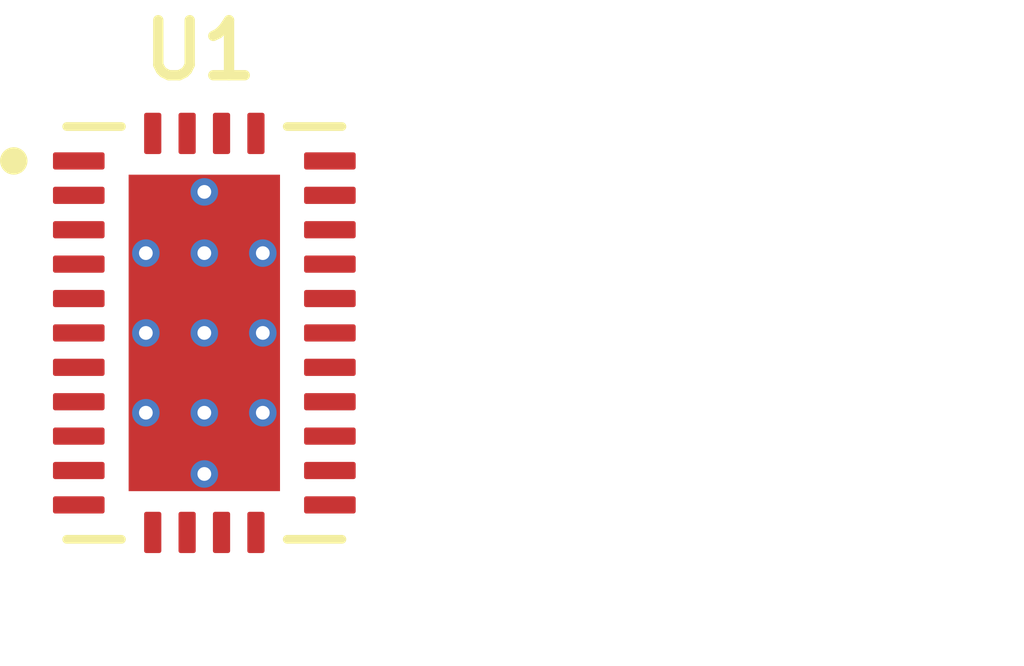
<source format=kicad_pcb>
(kicad_pcb (version 20240108) (generator "pcbnew") (generator_version "8.0")
  (layers (0 "F.Cu" signal) (31 "B.Cu" signal) (34 "B.Paste" user) (35 "F.Paste" user) (36 "B.SilkS" user "B.Silkscreen") (37 "F.SilkS" user "F.Silkscreen") (38 "B.Mask" user) (39 "F.Mask" user) (44 "Edge.Cuts" user))
  (net 0 "")
  (net 2 "Net-(U1-DAP-Pad31)")
  (footprint "LM73606RNPT:QFN50P600X400X80-31N" (layer "F.Cu") (at 132.575 101.6)
    (property "Reference" "U1" (at -0.06 -4.108 0) (layer "F.SilkS") (effects (font (size 0.8 0.8))))
    (property "Value" "LM73606RNPT")
    (fp_line (start -2 -3) (end -1.205 -3) (stroke (width 0.127)) (layer "F.SilkS"))
    (fp_line (start -2 3) (end -1.205 3) (stroke (width 0.127)) (layer "F.SilkS"))
    (fp_line (start 2 -3) (end 1.205 -3) (stroke (width 0.127)) (layer "F.SilkS"))
    (fp_line (start 2 3) (end 1.205 3) (stroke (width 0.127)) (layer "F.SilkS"))
    (fp_circle (center -2.77 -2.5) (end -2.67 -2.5) (stroke (width 0.2)) (fill none) (layer "F.SilkS"))
    (pad "1" smd roundrect (at -1.825 -2.5) (size 0.75 0.25) (layers "F.Cu" "F.Paste" "F.Mask") (roundrect_rratio 0.125))
    (pad "2" smd roundrect (at -1.825 -2) (size 0.75 0.25) (layers "F.Cu" "F.Paste" "F.Mask") (roundrect_rratio 0.125))
    (pad "3" smd roundrect (at -1.825 -1.5) (size 0.75 0.25) (layers "F.Cu" "F.Paste" "F.Mask") (roundrect_rratio 0.125))
    (pad "4" smd roundrect (at -1.825 -1) (size 0.75 0.25) (layers "F.Cu" "F.Paste" "F.Mask") (roundrect_rratio 0.125))
    (pad "5" smd roundrect (at -1.825 -0.5) (size 0.75 0.25) (layers "F.Cu" "F.Paste" "F.Mask") (roundrect_rratio 0.125))
    (pad "6" smd roundrect (at -1.825 0) (size 0.75 0.25) (layers "F.Cu" "F.Paste" "F.Mask") (roundrect_rratio 0.125))
    (pad "7" smd roundrect (at -1.825 0.5) (size 0.75 0.25) (layers "F.Cu" "F.Paste" "F.Mask") (roundrect_rratio 0.125))
    (pad "8" smd roundrect (at -1.825 1) (size 0.75 0.25) (layers "F.Cu" "F.Paste" "F.Mask") (roundrect_rratio 0.125))
    (pad "9" smd roundrect (at -1.825 1.5) (size 0.75 0.25) (layers "F.Cu" "F.Paste" "F.Mask") (roundrect_rratio 0.125))
    (pad "10" smd roundrect (at -1.825 2) (size 0.75 0.25) (layers "F.Cu" "F.Paste" "F.Mask") (roundrect_rratio 0.125))
    (pad "11" smd roundrect (at -1.825 2.5) (size 0.75 0.25) (layers "F.Cu" "F.Paste" "F.Mask") (roundrect_rratio 0.125))
    (pad "12" smd roundrect (at -0.75 2.9) (size 0.25 0.6) (layers "F.Cu" "F.Paste" "F.Mask") (roundrect_rratio 0.125))
    (pad "13" smd roundrect (at -0.25 2.9) (size 0.25 0.6) (layers "F.Cu" "F.Paste" "F.Mask") (roundrect_rratio 0.125))
    (pad "14" smd roundrect (at 0.25 2.9) (size 0.25 0.6) (layers "F.Cu" "F.Paste" "F.Mask") (roundrect_rratio 0.125))
    (pad "15" smd roundrect (at 0.75 2.9) (size 0.25 0.6) (layers "F.Cu" "F.Paste" "F.Mask") (roundrect_rratio 0.125))
    (pad "16" smd roundrect (at 1.825 2.5) (size 0.75 0.25) (layers "F.Cu" "F.Paste" "F.Mask") (roundrect_rratio 0.125))
    (pad "17" smd roundrect (at 1.825 2) (size 0.75 0.25) (layers "F.Cu" "F.Paste" "F.Mask") (roundrect_rratio 0.125))
    (pad "18" smd roundrect (at 1.825 1.5) (size 0.75 0.25) (layers "F.Cu" "F.Paste" "F.Mask") (roundrect_rratio 0.125))
    (pad "19" smd roundrect (at 1.825 1) (size 0.75 0.25) (layers "F.Cu" "F.Paste" "F.Mask") (roundrect_rratio 0.125))
    (pad "20" smd roundrect (at 1.825 0.5) (size 0.75 0.25) (layers "F.Cu" "F.Paste" "F.Mask") (roundrect_rratio 0.125))
    (pad "21" smd roundrect (at 1.825 0) (size 0.75 0.25) (layers "F.Cu" "F.Paste" "F.Mask") (roundrect_rratio 0.125))
    (pad "22" smd roundrect (at 1.825 -0.5) (size 0.75 0.25) (layers "F.Cu" "F.Paste" "F.Mask") (roundrect_rratio 0.125))
    (pad "23" smd roundrect (at 1.825 -1) (size 0.75 0.25) (layers "F.Cu" "F.Paste" "F.Mask") (roundrect_rratio 0.125))
    (pad "24" smd roundrect (at 1.825 -1.5) (size 0.75 0.25) (layers "F.Cu" "F.Paste" "F.Mask") (roundrect_rratio 0.125))
    (pad "25" smd roundrect (at 1.825 -2) (size 0.75 0.25) (layers "F.Cu" "F.Paste" "F.Mask") (roundrect_rratio 0.125))
    (pad "26" smd roundrect (at 1.825 -2.5) (size 0.75 0.25) (layers "F.Cu" "F.Paste" "F.Mask") (roundrect_rratio 0.125))
    (pad "27" smd roundrect (at 0.75 -2.9) (size 0.25 0.6) (layers "F.Cu" "F.Paste" "F.Mask") (roundrect_rratio 0.125))
    (pad "28" smd roundrect (at 0.25 -2.9) (size 0.25 0.6) (layers "F.Cu" "F.Paste" "F.Mask") (roundrect_rratio 0.125))
    (pad "29" smd roundrect (at -0.25 -2.9) (size 0.25 0.6) (layers "F.Cu" "F.Paste" "F.Mask") (roundrect_rratio 0.125))
    (pad "30" smd roundrect (at -0.75 -2.9) (size 0.25 0.6) (layers "F.Cu" "F.Paste" "F.Mask") (roundrect_rratio 0.125))
    (pad "31" smd rect (at 0 0) (size 2.2 4.6) (layers "F.Cu" "F.Mask") (net 2 "Net-(U1-DAP-Pad31)"))
    (pad "32" thru_hole circle (at 0 -2.05) (size 0.4 0.4) (drill 0.2) (layers "*.Cu" "*.Mask") (net 2 "Net-(U1-DAP-Pad31)"))
    (pad "33" thru_hole circle (at -0.85 -1.16) (size 0.4 0.4) (drill 0.2) (layers "*.Cu" "*.Mask") (net 2 "Net-(U1-DAP-Pad31)"))
    (pad "34" thru_hole circle (at 0 -1.16) (size 0.4 0.4) (drill 0.2) (layers "*.Cu" "*.Mask") (net 2 "Net-(U1-DAP-Pad31)"))
    (pad "35" thru_hole circle (at 0.85 -1.16) (size 0.4 0.4) (drill 0.2) (layers "*.Cu" "*.Mask") (net 2 "Net-(U1-DAP-Pad31)"))
    (pad "36" thru_hole circle (at -0.85 0) (size 0.4 0.4) (drill 0.2) (layers "*.Cu" "*.Mask") (net 2 "Net-(U1-DAP-Pad31)"))
    (pad "37" thru_hole circle (at 0 0) (size 0.4 0.4) (drill 0.2) (layers "*.Cu" "*.Mask") (net 2 "Net-(U1-DAP-Pad31)"))
    (pad "38" thru_hole circle (at 0.85 0) (size 0.4 0.4) (drill 0.2) (layers "*.Cu" "*.Mask") (net 2 "Net-(U1-DAP-Pad31)"))
    (pad "39" thru_hole circle (at -0.85 1.16) (size 0.4 0.4) (drill 0.2) (layers "*.Cu" "*.Mask") (net 2 "Net-(U1-DAP-Pad31)"))
    (pad "40" thru_hole circle (at 0 1.16) (size 0.4 0.4) (drill 0.2) (layers "*.Cu" "*.Mask") (net 2 "Net-(U1-DAP-Pad31)"))
    (pad "41" thru_hole circle (at 0.85 1.16) (size 0.4 0.4) (drill 0.2) (layers "*.Cu" "*.Mask") (net 2 "Net-(U1-DAP-Pad31)"))
    (pad "42" thru_hole circle (at 0 2.05) (size 0.4 0.4) (drill 0.2) (layers "*.Cu" "*.Mask") (net 2 "Net-(U1-DAP-Pad31)"))
  )
)
</source>
